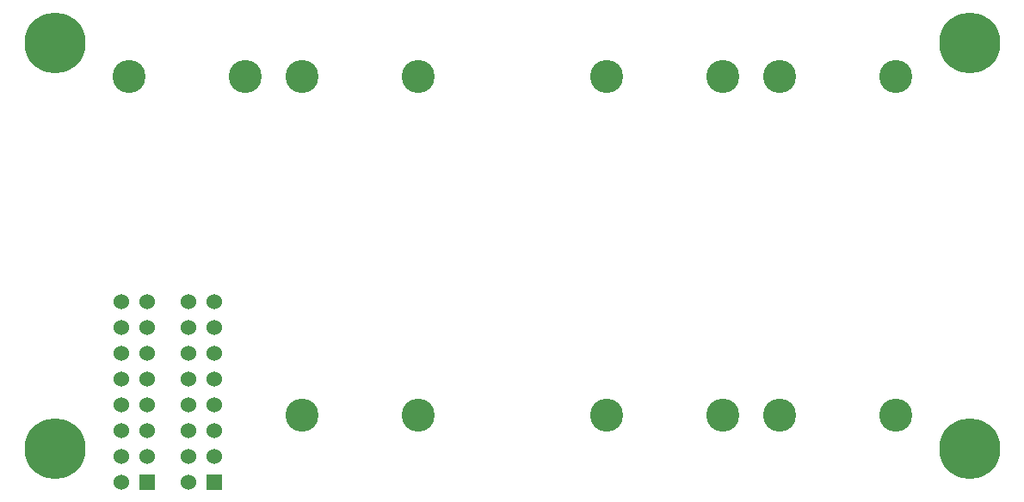
<source format=gbs>
G04 (created by PCBNEW (2013-mar-13)-testing) date Tue 15 Oct 2013 18:57:04 BST*
%MOIN*%
G04 Gerber Fmt 3.4, Leading zero omitted, Abs format*
%FSLAX34Y34*%
G01*
G70*
G90*
G04 APERTURE LIST*
%ADD10C,0.005906*%
%ADD11R,0.060000X0.060000*%
%ADD12C,0.060000*%
%ADD13C,0.127953*%
%ADD14C,0.236220*%
G04 APERTURE END LIST*
G54D10*
G54D11*
X19328Y-28864D03*
G54D12*
X18328Y-28864D03*
X19328Y-27864D03*
X18328Y-27864D03*
X19328Y-26864D03*
X18328Y-26864D03*
X19328Y-25864D03*
X18328Y-25864D03*
X19328Y-24864D03*
X18328Y-24864D03*
X19328Y-23864D03*
X18328Y-23864D03*
X19328Y-22864D03*
X18328Y-22864D03*
X19328Y-21864D03*
X18328Y-21864D03*
G54D11*
X21927Y-28864D03*
G54D12*
X20927Y-28864D03*
X21927Y-27864D03*
X20927Y-27864D03*
X21927Y-26864D03*
X20927Y-26864D03*
X21927Y-25864D03*
X20927Y-25864D03*
X21927Y-24864D03*
X20927Y-24864D03*
X21927Y-23864D03*
X20927Y-23864D03*
X21927Y-22864D03*
X20927Y-22864D03*
X21927Y-21864D03*
X20927Y-21864D03*
G54D13*
X29809Y-13119D03*
X25309Y-13119D03*
X25309Y-26250D03*
X29809Y-26250D03*
X41620Y-13119D03*
X37120Y-13119D03*
X48312Y-13119D03*
X43812Y-13119D03*
X37120Y-26250D03*
X41620Y-26250D03*
X43812Y-26250D03*
X48312Y-26250D03*
X23116Y-13119D03*
X18616Y-13119D03*
G54D14*
X15748Y-11811D03*
X15748Y-27559D03*
X51181Y-27559D03*
X51181Y-11811D03*
M02*

</source>
